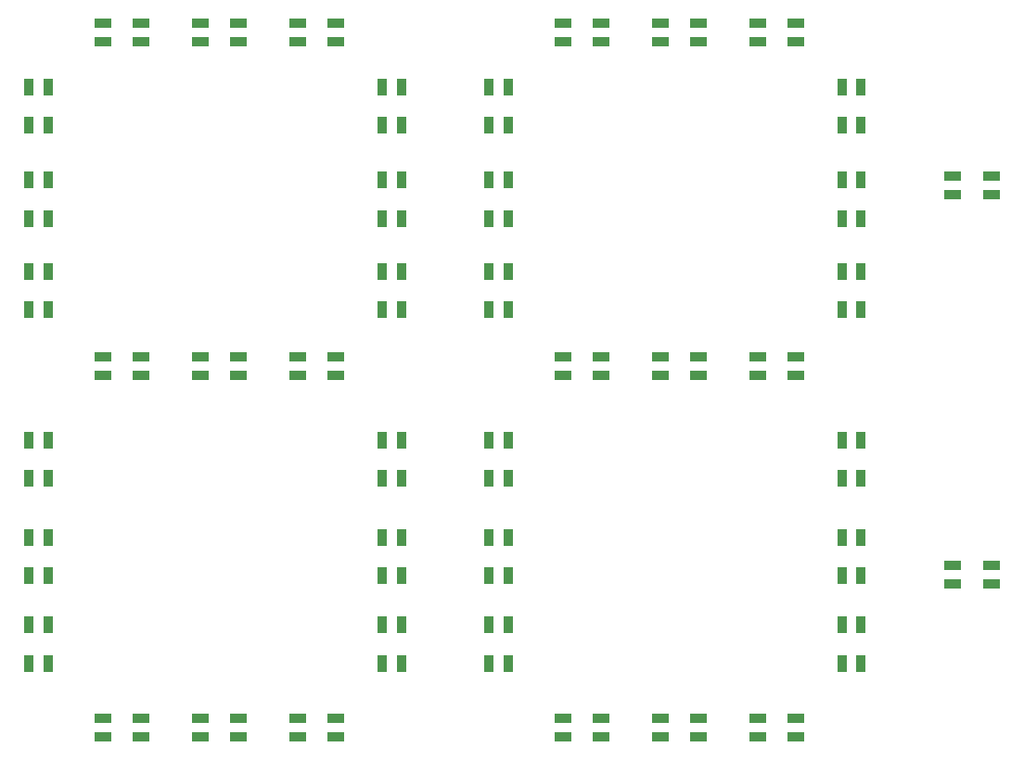
<source format=gbr>
%TF.GenerationSoftware,KiCad,Pcbnew,(5.1.9)-1*%
%TF.CreationDate,2021-05-05T18:50:43+10:00*%
%TF.ProjectId,panel,70616e65-6c2e-46b6-9963-61645f706362,rev?*%
%TF.SameCoordinates,Original*%
%TF.FileFunction,Paste,Top*%
%TF.FilePolarity,Positive*%
%FSLAX46Y46*%
G04 Gerber Fmt 4.6, Leading zero omitted, Abs format (unit mm)*
G04 Created by KiCad (PCBNEW (5.1.9)-1) date 2021-05-05 18:50:43*
%MOMM*%
%LPD*%
G01*
G04 APERTURE LIST*
%ADD10R,0.850000X1.600000*%
%ADD11R,1.600000X0.850000*%
G04 APERTURE END LIST*
D10*
%TO.C,D5*%
X54469000Y-56755000D03*
X56219000Y-56755000D03*
X54469000Y-53255000D03*
X56219000Y-53255000D03*
%TD*%
%TO.C,D20*%
X56219000Y-102390000D03*
X54469000Y-102390000D03*
X56219000Y-105890000D03*
X54469000Y-105890000D03*
%TD*%
%TO.C,D17*%
X22239000Y-97875000D03*
X23989000Y-97875000D03*
X22239000Y-94375000D03*
X23989000Y-94375000D03*
%TD*%
D11*
%TO.C,D21*%
X32484000Y-112635000D03*
X32484000Y-110885000D03*
X28984000Y-112635000D03*
X28984000Y-110885000D03*
%TD*%
D10*
%TO.C,D6*%
X23989000Y-61750000D03*
X22239000Y-61750000D03*
X23989000Y-65250000D03*
X22239000Y-65250000D03*
%TD*%
%TO.C,D7*%
X54469000Y-65250000D03*
X56219000Y-65250000D03*
X54469000Y-61750000D03*
X56219000Y-61750000D03*
%TD*%
%TO.C,D18*%
X56219000Y-94375000D03*
X54469000Y-94375000D03*
X56219000Y-97875000D03*
X54469000Y-97875000D03*
%TD*%
D11*
%TO.C,D22*%
X41374000Y-112635000D03*
X41374000Y-110885000D03*
X37874000Y-112635000D03*
X37874000Y-110885000D03*
%TD*%
D10*
%TO.C,D15*%
X56219000Y-85485000D03*
X54469000Y-85485000D03*
X56219000Y-88985000D03*
X54469000Y-88985000D03*
%TD*%
D11*
%TO.C,D1*%
X32484000Y-49135000D03*
X32484000Y-47385000D03*
X28984000Y-49135000D03*
X28984000Y-47385000D03*
%TD*%
%TO.C,D13*%
X46764000Y-77865000D03*
X46764000Y-79615000D03*
X50264000Y-77865000D03*
X50264000Y-79615000D03*
%TD*%
D10*
%TO.C,D19*%
X22239000Y-105890000D03*
X23989000Y-105890000D03*
X22239000Y-102390000D03*
X23989000Y-102390000D03*
%TD*%
%TO.C,D9*%
X23989000Y-70072000D03*
X22239000Y-70072000D03*
X23989000Y-73572000D03*
X22239000Y-73572000D03*
%TD*%
%TO.C,D10*%
X54469000Y-73572000D03*
X56219000Y-73572000D03*
X54469000Y-70072000D03*
X56219000Y-70072000D03*
%TD*%
D11*
%TO.C,D11*%
X28984000Y-77865000D03*
X28984000Y-79615000D03*
X32484000Y-77865000D03*
X32484000Y-79615000D03*
%TD*%
%TO.C,D3*%
X50264000Y-49135000D03*
X50264000Y-47385000D03*
X46764000Y-49135000D03*
X46764000Y-47385000D03*
%TD*%
D10*
%TO.C,D4*%
X23989000Y-53255000D03*
X22239000Y-53255000D03*
X23989000Y-56755000D03*
X22239000Y-56755000D03*
%TD*%
%TO.C,D14*%
X22239000Y-88985000D03*
X23989000Y-88985000D03*
X22239000Y-85485000D03*
X23989000Y-85485000D03*
%TD*%
D11*
%TO.C,D2*%
X41374000Y-49135000D03*
X41374000Y-47385000D03*
X37874000Y-49135000D03*
X37874000Y-47385000D03*
%TD*%
%TO.C,D23*%
X50264000Y-112635000D03*
X50264000Y-110885000D03*
X46764000Y-112635000D03*
X46764000Y-110885000D03*
%TD*%
%TO.C,D12*%
X37874000Y-77865000D03*
X37874000Y-79615000D03*
X41374000Y-77865000D03*
X41374000Y-79615000D03*
%TD*%
D10*
%TO.C,D6*%
X64199800Y-65250000D03*
X65949800Y-65250000D03*
X64199800Y-61750000D03*
X65949800Y-61750000D03*
%TD*%
%TO.C,D7*%
X98179800Y-61750000D03*
X96429800Y-61750000D03*
X98179800Y-65250000D03*
X96429800Y-65250000D03*
%TD*%
%TO.C,D18*%
X96429800Y-97875000D03*
X98179800Y-97875000D03*
X96429800Y-94375000D03*
X98179800Y-94375000D03*
%TD*%
D11*
%TO.C,D8*%
X106555600Y-61355000D03*
X106555600Y-63105000D03*
X110055600Y-61355000D03*
X110055600Y-63105000D03*
%TD*%
%TO.C,D11*%
X74444800Y-79615000D03*
X74444800Y-77865000D03*
X70944800Y-79615000D03*
X70944800Y-77865000D03*
%TD*%
%TO.C,D12*%
X83334800Y-79615000D03*
X83334800Y-77865000D03*
X79834800Y-79615000D03*
X79834800Y-77865000D03*
%TD*%
%TO.C,D13*%
X92224800Y-79615000D03*
X92224800Y-77865000D03*
X88724800Y-79615000D03*
X88724800Y-77865000D03*
%TD*%
%TO.C,D3*%
X88724800Y-47385000D03*
X88724800Y-49135000D03*
X92224800Y-47385000D03*
X92224800Y-49135000D03*
%TD*%
%TO.C,D22*%
X79834800Y-110885000D03*
X79834800Y-112635000D03*
X83334800Y-110885000D03*
X83334800Y-112635000D03*
%TD*%
%TO.C,D23*%
X88724800Y-110885000D03*
X88724800Y-112635000D03*
X92224800Y-110885000D03*
X92224800Y-112635000D03*
%TD*%
D10*
%TO.C,D14*%
X65949800Y-85485000D03*
X64199800Y-85485000D03*
X65949800Y-88985000D03*
X64199800Y-88985000D03*
%TD*%
%TO.C,D15*%
X96429800Y-88985000D03*
X98179800Y-88985000D03*
X96429800Y-85485000D03*
X98179800Y-85485000D03*
%TD*%
%TO.C,D19*%
X65949800Y-102390000D03*
X64199800Y-102390000D03*
X65949800Y-105890000D03*
X64199800Y-105890000D03*
%TD*%
%TO.C,D4*%
X64199800Y-56755000D03*
X65949800Y-56755000D03*
X64199800Y-53255000D03*
X65949800Y-53255000D03*
%TD*%
D11*
%TO.C,D2*%
X79834800Y-47385000D03*
X79834800Y-49135000D03*
X83334800Y-47385000D03*
X83334800Y-49135000D03*
%TD*%
%TO.C,D16*%
X106555600Y-96915000D03*
X106555600Y-98665000D03*
X110055600Y-96915000D03*
X110055600Y-98665000D03*
%TD*%
D10*
%TO.C,D9*%
X64199800Y-73572000D03*
X65949800Y-73572000D03*
X64199800Y-70072000D03*
X65949800Y-70072000D03*
%TD*%
D11*
%TO.C,D1*%
X70944800Y-47385000D03*
X70944800Y-49135000D03*
X74444800Y-47385000D03*
X74444800Y-49135000D03*
%TD*%
D10*
%TO.C,D10*%
X98179800Y-70072000D03*
X96429800Y-70072000D03*
X98179800Y-73572000D03*
X96429800Y-73572000D03*
%TD*%
%TO.C,D5*%
X98179800Y-53255000D03*
X96429800Y-53255000D03*
X98179800Y-56755000D03*
X96429800Y-56755000D03*
%TD*%
%TO.C,D20*%
X96429800Y-105890000D03*
X98179800Y-105890000D03*
X96429800Y-102390000D03*
X98179800Y-102390000D03*
%TD*%
%TO.C,D17*%
X65949800Y-94375000D03*
X64199800Y-94375000D03*
X65949800Y-97875000D03*
X64199800Y-97875000D03*
%TD*%
D11*
%TO.C,D21*%
X70944800Y-110885000D03*
X70944800Y-112635000D03*
X74444800Y-110885000D03*
X74444800Y-112635000D03*
%TD*%
M02*

</source>
